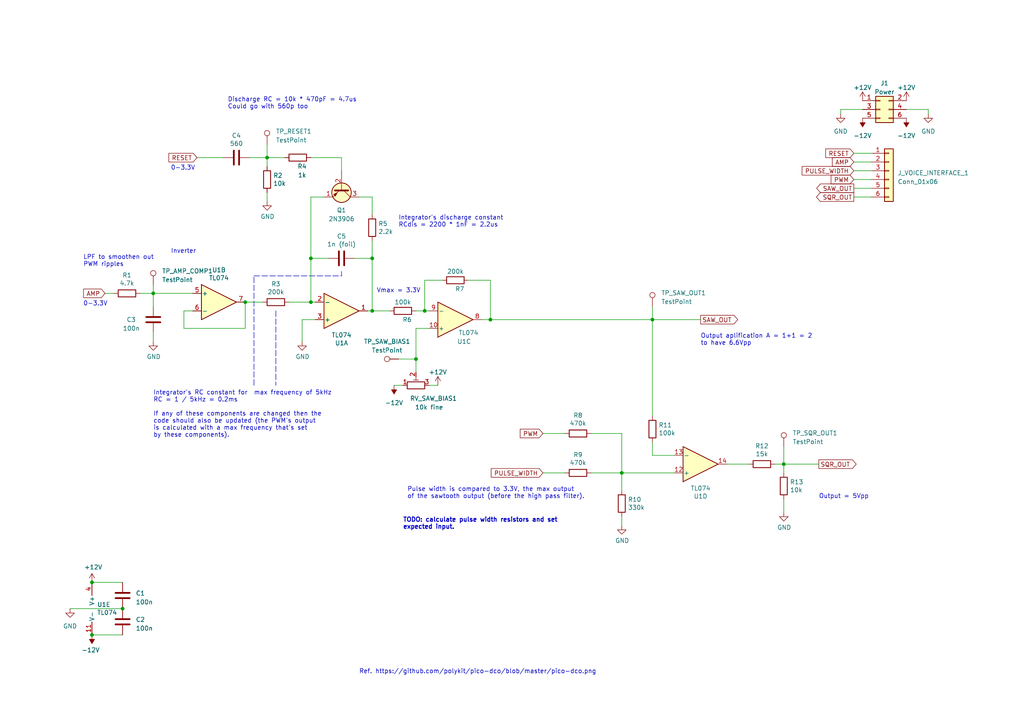
<source format=kicad_sch>
(kicad_sch (version 20230121) (generator eeschema)
  (paper "A4")
  (title_block (title "Single Voice DCO") (date "2023-03-31") (company "Shmøergh"))
  (lib_symbols
    (symbol "Amplifier_Operational:TL074" (pin_names (offset 0.127))
      (property "Reference" "U" (at 0 5.08 0))
      (property "Value" "TL074" (at 0 -5.08 0))
      (symbol "TL074_1_1"
        (polyline (pts (xy -5.08 5.08) (xy 5.08 0) (xy -5.08 -5.08) (xy -5.08 5.08)) (stroke (width 0.254)) (fill (type background)))
        (pin output line (at 7.62 0 180) (length 2.54) (name "~") (number "1"))
        (pin input line (at -7.62 -2.54 0) (length 2.54) (name "-") (number "2"))
        (pin input line (at -7.62 2.54 0) (length 2.54) (name "+") (number "3"))
      )
      (symbol "TL074_2_1"
        (polyline (pts (xy -5.08 5.08) (xy 5.08 0) (xy -5.08 -5.08) (xy -5.08 5.08)) (stroke (width 0.254)) (fill (type background)))
        (pin input line (at -7.62 2.54 0) (length 2.54) (name "+") (number "5"))
        (pin input line (at -7.62 -2.54 0) (length 2.54) (name "-") (number "6"))
        (pin output line (at 7.62 0 180) (length 2.54) (name "~") (number "7"))
      )
      (symbol "TL074_3_1"
        (polyline (pts (xy -5.08 5.08) (xy 5.08 0) (xy -5.08 -5.08) (xy -5.08 5.08)) (stroke (width 0.254)) (fill (type background)))
        (pin input line (at -7.62 2.54 0) (length 2.54) (name "+") (number "10"))
        (pin output line (at 7.62 0 180) (length 2.54) (name "~") (number "8"))
        (pin input line (at -7.62 -2.54 0) (length 2.54) (name "-") (number "9"))
      )
      (symbol "TL074_4_1"
        (polyline (pts (xy -5.08 5.08) (xy 5.08 0) (xy -5.08 -5.08) (xy -5.08 5.08)) (stroke (width 0.254)) (fill (type background)))
        (pin input line (at -7.62 2.54 0) (length 2.54) (name "+") (number "12"))
        (pin input line (at -7.62 -2.54 0) (length 2.54) (name "-") (number "13"))
        (pin output line (at 7.62 0 180) (length 2.54) (name "~") (number "14"))
      )
      (symbol "TL074_5_1"
        (pin power_in line (at -2.54 -7.62 90) (length 3.81) (name "V-") (number "11"))
        (pin power_in line (at -2.54 7.62 270) (length 3.81) (name "V+") (number "4"))
      )
    )
    (symbol "Connector:TestPoint" (pin_numbers hide) (pin_names (offset 0.762) hide)
      (property "Reference" "TP" (at 0 6.858 0))
      (property "Value" "TestPoint" (at 0 5.08 0))
      (symbol "TestPoint_0_1"
        (circle (center 0 3.302) (radius 0.762))
      )
      (symbol "TestPoint_1_1"
        (pin passive line (at 0 0 90) (length 2.54) (name "1") (number "1"))
      )
    )
    (symbol "Connector_Generic:Conn_01x06" (pin_names (offset 1.016) hide)
      (property "Reference" "J" (at 0 7.62 0))
      (property "Value" "Conn_01x06" (at 0 -10.16 0))
      (symbol "Conn_01x06_1_1"
        (rectangle (start -1.27 -7.493) (end 0 -7.747) (stroke (width 0.1524)))
        (rectangle (start -1.27 -4.953) (end 0 -5.207) (stroke (width 0.1524)))
        (rectangle (start -1.27 -2.413) (end 0 -2.667) (stroke (width 0.1524)))
        (rectangle (start -1.27 0.127) (end 0 -0.127) (stroke (width 0.1524)))
        (rectangle (start -1.27 2.667) (end 0 2.413) (stroke (width 0.1524)))
        (rectangle (start -1.27 5.207) (end 0 4.953) (stroke (width 0.1524)))
        (rectangle (start -1.27 6.35) (end 1.27 -8.89) (stroke (width 0.254)) (fill (type background)))
        (pin passive line (at -5.08 5.08 0) (length 3.81) (name "Pin_1") (number "1"))
        (pin passive line (at -5.08 2.54 0) (length 3.81) (name "Pin_2") (number "2"))
        (pin passive line (at -5.08 0 0) (length 3.81) (name "Pin_3") (number "3"))
        (pin passive line (at -5.08 -2.54 0) (length 3.81) (name "Pin_4") (number "4"))
        (pin passive line (at -5.08 -5.08 0) (length 3.81) (name "Pin_5") (number "5"))
        (pin passive line (at -5.08 -7.62 0) (length 3.81) (name "Pin_6") (number "6"))
      )
    )
    (symbol "Connector_Generic:Conn_02x03_Odd_Even" (pin_names (offset 1.016) hide)
      (property "Reference" "J" (at 1.27 5.08 0))
      (property "Value" "Conn_02x03_Odd_Even" (at 1.27 -5.08 0))
      (symbol "Conn_02x03_Odd_Even_1_1"
        (rectangle (start -1.27 -2.413) (end 0 -2.667) (stroke (width 0.1524)))
        (rectangle (start -1.27 0.127) (end 0 -0.127) (stroke (width 0.1524)))
        (rectangle (start -1.27 2.667) (end 0 2.413) (stroke (width 0.1524)))
        (rectangle (start -1.27 3.81) (end 3.81 -3.81) (stroke (width 0.254)) (fill (type background)))
        (rectangle (start 3.81 -2.413) (end 2.54 -2.667) (stroke (width 0.1524)))
        (rectangle (start 3.81 0.127) (end 2.54 -0.127) (stroke (width 0.1524)))
        (rectangle (start 3.81 2.667) (end 2.54 2.413) (stroke (width 0.1524)))
        (pin passive line (at -5.08 2.54 0) (length 3.81) (name "Pin_1") (number "1"))
        (pin passive line (at 7.62 2.54 180) (length 3.81) (name "Pin_2") (number "2"))
        (pin passive line (at -5.08 0 0) (length 3.81) (name "Pin_3") (number "3"))
        (pin passive line (at 7.62 0 180) (length 3.81) (name "Pin_4") (number "4"))
        (pin passive line (at -5.08 -2.54 0) (length 3.81) (name "Pin_5") (number "5"))
        (pin passive line (at 7.62 -2.54 180) (length 3.81) (name "Pin_6") (number "6"))
      )
    )
    (symbol "Device:C" (pin_numbers hide) (pin_names (offset 0.254))
      (property "Reference" "C" (at 0.635 2.54 0))
      (property "Value" "C" (at 0.635 -2.54 0))
      (symbol "C_0_1"
        (polyline (pts (xy -2.032 -0.762) (xy 2.032 -0.762)) (stroke (width 0.508)))
        (polyline (pts (xy -2.032 0.762) (xy 2.032 0.762)) (stroke (width 0.508)))
      )
      (symbol "C_1_1"
        (pin passive line (at 0 3.81 270) (length 2.794) (name "~") (number "1"))
        (pin passive line (at 0 -3.81 90) (length 2.794) (name "~") (number "2"))
      )
    )
    (symbol "Device:R" (pin_numbers hide) (pin_names (offset 0))
      (property "Reference" "R" (at 2.032 0 90))
      (property "Value" "R" (at 0 0 90))
      (symbol "R_0_1"
        (rectangle (start -1.016 -2.54) (end 1.016 2.54) (stroke (width 0.254)))
      )
      (symbol "R_1_1"
        (pin passive line (at 0 3.81 270) (length 1.27) (name "~") (number "1"))
        (pin passive line (at 0 -3.81 90) (length 1.27) (name "~") (number "2"))
      )
    )
    (symbol "Device:R_Potentiometer_Trim" (pin_names (offset 1.016) hide)
      (property "Reference" "RV" (at -4.445 0 90))
      (property "Value" "R_Potentiometer_Trim" (at -2.54 0 90))
      (symbol "R_Potentiometer_Trim_0_1"
        (polyline (pts (xy 1.524 0.762) (xy 1.524 -0.762)))
        (polyline (pts (xy 2.54 0) (xy 1.524 0)))
        (rectangle (start 1.016 2.54) (end -1.016 -2.54) (stroke (width 0.254)))
      )
      (symbol "R_Potentiometer_Trim_1_1"
        (pin passive line (at 0 3.81 270) (length 1.27) (name "1") (number "1"))
        (pin passive line (at 3.81 0 180) (length 1.27) (name "2") (number "2"))
        (pin passive line (at 0 -3.81 90) (length 1.27) (name "3") (number "3"))
      )
    )
    (symbol "PCM_Transistor_BJT_AKL:2N3906" (pin_names hide)
      (property "Reference" "Q" (at 5.08 1.27 0))
      (property "Value" "2N3906" (at 5.08 -1.27 0))
      (symbol "2N3906_0_1"
        (polyline (pts (xy 0.635 -0.635) (xy 2.54 -2.54)))
        (polyline (pts (xy 0.635 -1.905) (xy 0.635 1.905) (xy 0.635 1.905)) (stroke (width 0.508)))
        (polyline (pts (xy 0.635 0.635) (xy 2.54 2.54) (xy 2.54 2.54)))
        (polyline (pts (xy 2.286 1.778) (xy 1.778 2.286) (xy 1.27 1.27) (xy 2.286 1.778) (xy 2.286 1.778)) (fill (type outline)))
        (circle (center 1.27 0) (radius 2.8194) (stroke (width 0.254)) (fill (type background)))
      )
      (symbol "2N3906_1_1"
        (pin passive line (at 2.54 5.08 270) (length 2.54) (name "E") (number "1"))
        (pin input line (at -5.08 0 0) (length 5.715) (name "B") (number "2"))
        (pin passive line (at 2.54 -5.08 90) (length 2.54) (name "C") (number "3"))
      )
    )
    (symbol "power:+12V" (power) (pin_names (offset 0))
      (property "Value" "+12V" (at 0 3.556 0))
      (symbol "+12V_0_1"
        (polyline (pts (xy -0.762 1.27) (xy 0 2.54)))
        (polyline (pts (xy 0 0) (xy 0 2.54)))
        (polyline (pts (xy 0 2.54) (xy 0.762 1.27)))
      )
      (symbol "+12V_1_1"
        (pin power_in line (at 0 0 90) (length 0) hide (name "+12V") (number "1"))
      )
    )
    (symbol "power:-12V" (power) (pin_names (offset 0))
      (property "Value" "-12V" (at 0 3.81 0))
      (symbol "-12V_0_0"
        (pin power_in line (at 0 0 90) (length 0) hide (name "-12V") (number "1"))
      )
      (symbol "-12V_0_1"
        (polyline (pts (xy 0 0) (xy 0 1.27) (xy 0.762 1.27) (xy 0 2.54) (xy -0.762 1.27) (xy 0 1.27)) (fill (type outline)))
      )
    )
    (symbol "power:GND" (power) (pin_names (offset 0))
      (property "Value" "GND" (at 0 -3.81 0))
      (symbol "GND_0_1"
        (polyline (pts (xy 0 0) (xy 0 -1.27) (xy 1.27 -1.27) (xy 0 -2.54) (xy -1.27 -1.27) (xy 0 -1.27)))
      )
      (symbol "GND_1_1"
        (pin power_in line (at 0 0 270) (length 0) hide (name "GND") (number "1"))
      )
    )
  )
  (junction (at 90.17 74.93))
  (junction (at 44.45 85.09))
  (junction (at 107.95 90.17))
  (junction (at 35.56 176.53))
  (junction (at 142.24 92.71))
  (junction (at 77.47 45.72))
  (junction (at 180.34 137.16))
  (junction (at 227.33 134.62))
  (junction (at 123.19 90.17))
  (junction (at 120.65 104.14))
  (junction (at 90.17 87.63))
  (junction (at 71.12 87.63))
  (junction (at 189.23 92.71))
  (junction (at 107.95 74.93))
  (junction (at 26.67 184.15))
  (junction (at 26.67 168.91))
  (wire (pts (xy 247.65 54.61) (xy 252.73 54.61)))
  (wire (pts (xy 107.95 74.93) (xy 107.95 69.85)))
  (wire (pts (xy 91.44 92.71) (xy 87.63 92.71)))
  (wire (pts (xy 142.24 81.28) (xy 142.24 92.71)))
  (wire (pts (xy 139.7 92.71) (xy 142.24 92.71)))
  (wire (pts (xy 189.23 128.27) (xy 189.23 132.08)))
  (wire (pts (xy 195.58 137.16) (xy 180.34 137.16)))
  (wire (pts (xy 44.45 88.9) (xy 44.45 85.09)))
  (wire (pts (xy 26.67 184.15) (xy 35.56 184.15)))
  (wire (pts (xy 157.48 137.16) (xy 163.83 137.16)))
  (wire (pts (xy 87.63 92.71) (xy 87.63 99.06)))
  (wire (pts (xy 180.34 149.86) (xy 180.34 152.4)))
  (wire (pts (xy 210.82 134.62) (xy 217.17 134.62)))
  (wire (pts (xy 243.84 33.02) (xy 243.84 31.75)))
  (wire (pts (xy 120.65 95.25) (xy 120.65 104.14)))
  (wire (pts (xy 44.45 82.55) (xy 44.45 85.09)))
  (wire (pts (xy 243.84 31.75) (xy 250.19 31.75)))
  (wire (pts (xy 115.57 104.14) (xy 120.65 104.14)))
  (polyline (pts (xy 99.06 78.74) (xy 99.06 80.01)) (stroke (width 0) (type dash)))
  (wire (pts (xy 114.3 111.76) (xy 116.84 111.76)))
  (wire (pts (xy 157.48 125.73) (xy 163.83 125.73)))
  (wire (pts (xy 77.47 48.26) (xy 77.47 45.72)))
  (wire (pts (xy 106.68 90.17) (xy 107.95 90.17)))
  (wire (pts (xy 120.65 104.14) (xy 120.65 107.95)))
  (wire (pts (xy 71.12 95.25) (xy 71.12 87.63)))
  (wire (pts (xy 120.65 90.17) (xy 123.19 90.17)))
  (wire (pts (xy 247.65 46.99) (xy 252.73 46.99)))
  (wire (pts (xy 90.17 45.72) (xy 99.06 45.72)))
  (wire (pts (xy 55.88 90.17) (xy 53.34 90.17)))
  (wire (pts (xy 20.32 176.53) (xy 35.56 176.53)))
  (wire (pts (xy 189.23 92.71) (xy 189.23 120.65)))
  (polyline (pts (xy 80.01 90.17) (xy 80.01 111.76)) (stroke (width 0) (type dash)))
  (wire (pts (xy 120.65 95.25) (xy 124.46 95.25)))
  (wire (pts (xy 107.95 74.93) (xy 102.87 74.93)))
  (wire (pts (xy 269.24 33.02) (xy 269.24 31.75)))
  (wire (pts (xy 135.89 81.28) (xy 142.24 81.28)))
  (wire (pts (xy 269.24 31.75) (xy 262.89 31.75)))
  (wire (pts (xy 90.17 74.93) (xy 90.17 87.63)))
  (wire (pts (xy 123.19 81.28) (xy 123.19 90.17)))
  (wire (pts (xy 30.48 85.09) (xy 33.02 85.09)))
  (wire (pts (xy 247.65 44.45) (xy 252.73 44.45)))
  (wire (pts (xy 180.34 137.16) (xy 171.45 137.16)))
  (wire (pts (xy 195.58 132.08) (xy 189.23 132.08)))
  (wire (pts (xy 99.06 45.72) (xy 99.06 49.53)))
  (wire (pts (xy 189.23 88.9) (xy 189.23 92.71)))
  (wire (pts (xy 123.19 90.17) (xy 124.46 90.17)))
  (wire (pts (xy 77.47 55.88) (xy 77.47 58.42)))
  (wire (pts (xy 189.23 92.71) (xy 203.2 92.71)))
  (wire (pts (xy 247.65 49.53) (xy 252.73 49.53)))
  (wire (pts (xy 107.95 90.17) (xy 113.03 90.17)))
  (wire (pts (xy 107.95 90.17) (xy 107.95 74.93)))
  (wire (pts (xy 128.27 81.28) (xy 123.19 81.28)))
  (wire (pts (xy 44.45 96.52) (xy 44.45 99.06)))
  (wire (pts (xy 224.79 134.62) (xy 227.33 134.62)))
  (wire (pts (xy 57.15 45.72) (xy 64.77 45.72)))
  (wire (pts (xy 93.98 57.15) (xy 90.17 57.15)))
  (wire (pts (xy 142.24 92.71) (xy 189.23 92.71)))
  (wire (pts (xy 227.33 129.54) (xy 227.33 134.62)))
  (wire (pts (xy 104.14 57.15) (xy 107.95 57.15)))
  (wire (pts (xy 53.34 95.25) (xy 71.12 95.25)))
  (polyline (pts (xy 73.66 80.01) (xy 99.06 80.01)) (stroke (width 0) (type dash)))
  (wire (pts (xy 83.82 87.63) (xy 90.17 87.63)))
  (wire (pts (xy 44.45 85.09) (xy 55.88 85.09)))
  (wire (pts (xy 227.33 134.62) (xy 227.33 137.16)))
  (wire (pts (xy 247.65 57.15) (xy 252.73 57.15)))
  (wire (pts (xy 227.33 134.62) (xy 237.49 134.62)))
  (wire (pts (xy 77.47 41.91) (xy 77.47 45.72)))
  (wire (pts (xy 247.65 52.07) (xy 252.73 52.07)))
  (wire (pts (xy 90.17 87.63) (xy 91.44 87.63)))
  (wire (pts (xy 90.17 57.15) (xy 90.17 74.93)))
  (wire (pts (xy 53.34 90.17) (xy 53.34 95.25)))
  (wire (pts (xy 72.39 45.72) (xy 77.47 45.72)))
  (wire (pts (xy 77.47 45.72) (xy 82.55 45.72)))
  (wire (pts (xy 107.95 62.23) (xy 107.95 57.15)))
  (wire (pts (xy 40.64 85.09) (xy 44.45 85.09)))
  (wire (pts (xy 90.17 74.93) (xy 95.25 74.93)))
  (wire (pts (xy 227.33 144.78) (xy 227.33 148.59)))
  (wire (pts (xy 124.46 111.76) (xy 127 111.76)))
  (wire (pts (xy 26.67 168.91) (xy 35.56 168.91)))
  (wire (pts (xy 180.34 125.73) (xy 180.34 137.16)))
  (wire (pts (xy 180.34 137.16) (xy 180.34 142.24)))
  (wire (pts (xy 180.34 125.73) (xy 171.45 125.73)))
  (wire (pts (xy 71.12 87.63) (xy 76.2 87.63)))
  (polyline (pts (xy 73.66 111.76) (xy 73.66 80.01)) (stroke (width 0) (type dash)))
  (text "Pulse width is compared to 3.3V, the max output\nof the sawtooth output (before the high pass filter)." (at 118.11 144.78 0) (effects (font (size 1.27 1.27)) (justify left bottom)))
  (text "Inverter" (at 49.53 73.66 0) (effects (font (size 1.27 1.27)) (justify left bottom)))
  (text "Idea: can I use the amp input \nfor envelope control?" (at -49.53 96.52 0) (effects (font (size 1.27 1.27) (thickness 0.254) bold) (justify left bottom)))
  (text "Vmax = 3.3V" (at 109.22 85.09 0) (effects (font (size 1.27 1.27)) (justify left bottom)))
  (text "TODO: calculate pulse width resistors and set\nexpected input." (at 116.84 153.67 0) (effects (font (size 1.27 1.27) (thickness 0.254) bold) (justify left bottom)))
  (text "Output = 5Vpp" (at 237.49 144.78 0) (effects (font (size 1.27 1.27)) (justify left bottom)))
  (text "0-3.3V" (at 24.13 88.9 0) (effects (font (size 1.27 1.27)) (justify left bottom)))
  (text "charge_voltage = target_voltage * note_frequency / max_frequency\n\nwhere\nmax_frequency = 5kHz\ntarget_voltage = 3.3V\n\nSet frequency and amp to 0 to close output" (at -74.93 34.29 0) (effects (font (size 1.27 1.27)) (justify left bottom)))
  (text "Output aplification A = 1+1 = 2\nto have 6.6Vpp" (at 203.2 100.33 0) (effects (font (size 1.27 1.27)) (justify left bottom)))
  (text "Integrator's discharge constant\nRCdis = 2200 * 1nF = 2.2us" (at 115.57 66.04 0) (effects (font (size 1.27 1.27)) (justify left bottom)))
  (text "Note: there's no AC coupling on the outout\nof these voice cards. This assumes there's\nAC coupling happening somewhere along\nthe signal path." (at -74.93 46.99 0) (effects (font (size 1.27 1.27)) (justify left bottom)))
  (text "LPF to smoothen out\nPWM ripples" (at 24.13 77.47 0) (effects (font (size 1.27 1.27)) (justify left bottom)))
  (text "Discharge RC = 10k * 470pF = 4.7us\nCould go with 560p too" (at 66.04 31.75 0) (effects (font (size 1.27 1.27)) (justify left bottom)))
  (text "Integrator's RC constant for  max frequency of 5kHz\nRC = 1 / 5kHz = 0.2ms\n\nIf any of these components are changed then the \ncode should also be updated (the PWM's output\nis calculated with a max frequency that's set\nby these components)." (at 44.45 127 0) (effects (font (size 1.27 1.27)) (justify left bottom)))
  (text "0-3.3V" (at 49.53 49.53 0) (effects (font (size 1.27 1.27)) (justify left bottom)))
  (text "Ref. https://github.com/polykit/pico-dco/blob/master/pico-dco.png" (at 104.14 195.58 0) (effects (font (size 1.27 1.27)) (justify left bottom)))
  (global_label "PULSE_WIDTH" (shape input) (at 247.65 49.53 180) (property "Intersheetrefs" "${INTERSHEET_REFS}" (effects hide)))
  (global_label "RESET" (shape input) (at 57.15 45.72 180) (property "Intersheetrefs" "${INTERSHEET_REFS}" (effects hide)))
  (global_label "PWM" (shape input) (at 247.65 52.07 180) (property "Intersheetrefs" "${INTERSHEET_REFS}" (effects hide)))
  (global_label "AMP" (shape input) (at 247.65 46.99 180) (property "Intersheetrefs" "${INTERSHEET_REFS}" (effects hide)))
  (global_label "PWM" (shape input) (at 157.48 125.73 180) (property "Intersheetrefs" "${INTERSHEET_REFS}" (effects hide)))
  (global_label "SQR_OUT" (shape output) (at 237.49 134.62 0) (property "Intersheetrefs" "${INTERSHEET_REFS}" (effects hide)))
  (global_label "AMP" (shape input) (at 30.48 85.09 180) (property "Intersheetrefs" "${INTERSHEET_REFS}" (effects hide)))
  (global_label "RESET" (shape input) (at 247.65 44.45 180) (property "Intersheetrefs" "${INTERSHEET_REFS}" (effects hide)))
  (global_label "SAW_OUT" (shape output) (at 203.2 92.71 0) (property "Intersheetrefs" "${INTERSHEET_REFS}" (effects hide)))
  (global_label "SAW_OUT" (shape output) (at 247.65 54.61 180) (property "Intersheetrefs" "${INTERSHEET_REFS}" (effects hide)))
  (global_label "PULSE_WIDTH" (shape input) (at 157.48 137.16 180) (property "Intersheetrefs" "${INTERSHEET_REFS}" (effects hide)))
  (global_label "SQR_OUT" (shape output) (at 247.65 57.15 180) (property "Intersheetrefs" "${INTERSHEET_REFS}" (effects hide)))
  (symbol (lib_id "power:-12V") (at 114.3 111.76 180) (unit 1)
    (property "Reference" "#PWR07" (effects hide))
    (property "Value" "-12V" (at 114.3 116.84 0))
  )
  (symbol (lib_id "Device:C") (at 68.58 45.72 270) (unit 1)
    (property "Reference" "C4" (at 68.58 39.3192 90))
    (property "Value" "560" (at 68.58 41.6306 90))
    (property "Footprint" "Capacitor_THT:C_Disc_D3.4mm_W2.1mm_P2.50mm" (effects hide))
  )
  (symbol (lib_id "Device:R") (at 132.08 81.28 90) (unit 1)
    (property "Reference" "R7" (at 133.35 83.82 90))
    (property "Value" "200k" (at 132.08 78.74 90))
    (property "Footprint" "Shmoergh_Custom_Footprints:R_Axial_DIN0207_L6.3mm_D2.5mm_P7.62mm_Horizontal" (effects hide))
  )
  (symbol (lib_id "power:-12V") (at 262.89 34.29 180) (unit 1)
    (property "Reference" "#PWR015" (effects hide))
    (property "Value" "-12V" (at 262.89 39.37 0))
  )
  (symbol (lib_id "Device:R") (at 167.64 125.73 90) (unit 1)
    (property "Reference" "R8" (at 167.64 120.4722 90))
    (property "Value" "470k" (at 167.64 122.7836 90))
    (property "Footprint" "Shmoergh_Custom_Footprints:R_Axial_DIN0207_L6.3mm_D2.5mm_P7.62mm_Horizontal" (effects hide))
  )
  (symbol (lib_id "Connector:TestPoint") (at 77.47 41.91 0) (unit 1)
    (property "Reference" "TP_RESET1" (at 80.01 38.1 0) (effects (justify left)))
    (property "Value" "TestPoint" (at 80.01 40.64 0) (effects (justify left)))
    (property "Footprint" "Connector_Pin:Pin_D0.7mm_L6.5mm_W1.8mm_FlatFork" (effects hide))
  )
  (symbol (lib_id "Connector:TestPoint") (at 189.23 88.9 0) (unit 1)
    (property "Reference" "TP_SAW_OUT1" (at 191.77 84.963 0) (effects (justify left)))
    (property "Value" "TestPoint" (at 191.77 87.503 0) (effects (justify left)))
    (property "Footprint" "Connector_Pin:Pin_D0.7mm_L6.5mm_W1.8mm_FlatFork" (effects hide))
  )
  (symbol (lib_id "power:GND") (at 227.33 148.59 0) (unit 1)
    (property "Reference" "#PWR011" (effects hide))
    (property "Value" "GND" (at 227.457 152.9842 0))
  )
  (symbol (lib_id "Device:C") (at 99.06 74.93 270) (unit 1)
    (property "Reference" "C5" (at 99.06 68.5292 90))
    (property "Value" "1n (foil)" (at 99.06 70.8406 90))
    (property "Footprint" "Capacitor_THT:C_Rect_L7.2mm_W4.5mm_P5.00mm_FKS2_FKP2_MKS2_MKP2" (effects hide))
  )
  (symbol (lib_id "Device:R") (at 167.64 137.16 90) (unit 1)
    (property "Reference" "R9" (at 167.64 131.9022 90))
    (property "Value" "470k" (at 167.64 134.2136 90))
    (property "Footprint" "Shmoergh_Custom_Footprints:R_Axial_DIN0207_L6.3mm_D2.5mm_P7.62mm_Horizontal" (effects hide))
  )
  (symbol (lib_id "power:GND") (at 77.47 58.42 0) (unit 1)
    (property "Reference" "#PWR05" (effects hide))
    (property "Value" "GND" (at 77.597 62.8142 0))
  )
  (symbol (lib_id "power:GND") (at 87.63 99.06 0) (unit 1)
    (property "Reference" "#PWR06" (effects hide))
    (property "Value" "GND" (at 87.757 103.4542 0))
  )
  (symbol (lib_id "power:+12V") (at 127 111.76 0) (unit 1)
    (property "Reference" "#PWR08" (effects hide))
    (property "Value" "+12V" (at 127 107.95 0))
  )
  (symbol (lib_id "power:-12V") (at 26.67 184.15 180) (unit 1)
    (property "Reference" "#PWR03" (effects hide))
    (property "Value" "-12V" (at 26.289 188.5442 0))
  )
  (symbol (lib_id "Device:R") (at 116.84 90.17 90) (unit 1)
    (property "Reference" "R6" (at 118.11 92.71 90))
    (property "Value" "100k" (at 116.84 87.63 90))
    (property "Footprint" "Shmoergh_Custom_Footprints:R_Axial_DIN0207_L6.3mm_D2.5mm_P7.62mm_Horizontal" (effects hide))
  )
  (symbol (lib_id "Device:R") (at 86.36 45.72 270) (unit 1)
    (property "Reference" "R4" (at 87.63 48.26 90))
    (property "Value" "1k" (at 87.63 50.8 90))
    (property "Footprint" "Shmoergh_Custom_Footprints:R_Axial_DIN0207_L6.3mm_D2.5mm_P7.62mm_Horizontal" (effects hide))
  )
  (symbol (lib_id "Device:R") (at 220.98 134.62 270) (unit 1)
    (property "Reference" "R12" (at 220.98 129.3622 90))
    (property "Value" "15k" (at 220.98 131.6736 90))
    (property "Footprint" "Shmoergh_Custom_Footprints:R_Axial_DIN0207_L6.3mm_D2.5mm_P7.62mm_Horizontal" (effects hide))
  )
  (symbol (lib_id "Device:R") (at 189.23 124.46 180) (unit 1)
    (property "Reference" "R11" (at 191.008 123.2916 0) (effects (justify right)))
    (property "Value" "100k" (at 191.008 125.603 0) (effects (justify right)))
    (property "Footprint" "Shmoergh_Custom_Footprints:R_Axial_DIN0207_L6.3mm_D2.5mm_P7.62mm_Horizontal" (effects hide))
  )
  (symbol (lib_id "Amplifier_Operational:TL074") (at 99.06 90.17 0) (mirror x) (unit 1)
    (property "Reference" "U1" (at 99.06 99.4918 0))
    (property "Value" "TL074" (at 99.06 97.1804 0))
    (property "Footprint" "Package_DIP:DIP-14_W7.62mm_Socket_LongPads" (effects hide))
    (property "Datasheet" "http://www.ti.com/lit/ds/symlink/tl071.pdf" (effects hide))
  )
  (symbol (lib_id "Connector:TestPoint") (at 115.57 104.14 90) (unit 1)
    (property "Reference" "TP_SAW_BIAS1" (at 112.268 99.06 90))
    (property "Value" "TestPoint" (at 112.268 101.6 90))
    (property "Footprint" "Connector_Pin:Pin_D0.7mm_L6.5mm_W1.8mm_FlatFork" (effects hide))
  )
  (symbol (lib_id "Amplifier_Operational:TL074") (at 203.2 134.62 0) (mirror x) (unit 4)
    (property "Reference" "U1" (at 203.2 143.9418 0))
    (property "Value" "TL074" (at 203.2 141.6304 0))
    (property "Footprint" "Package_DIP:DIP-14_W7.62mm_Socket_LongPads" (effects hide))
    (property "Datasheet" "http://www.ti.com/lit/ds/symlink/tl071.pdf" (effects hide))
  )
  (symbol (lib_id "power:GND") (at 20.32 176.53 0) (unit 1)
    (property "Reference" "#PWR01" (effects hide))
    (property "Value" "GND" (at 20.32 181.61 0))
  )
  (symbol (lib_id "Connector_Generic:Conn_01x06") (at 257.81 49.53 0) (unit 1)
    (property "Reference" "J_VOICE_INTERFACE_1" (at 260.35 50.165 0) (effects (justify left)))
    (property "Value" "Conn_01x06" (at 260.35 52.705 0) (effects (justify left)))
    (property "Footprint" "Connector_PinHeader_2.54mm:PinHeader_1x06_P2.54mm_Vertical" (effects hide))
  )
  (symbol (lib_id "power:GND") (at 243.84 33.02 0) (unit 1)
    (property "Reference" "#PWR014" (effects hide))
    (property "Value" "GND" (at 243.84 38.1 0))
  )
  (symbol (lib_id "Device:R_Potentiometer_Trim") (at 120.65 111.76 90) (unit 1)
    (property "Reference" "RV_SAW_BIAS1" (at 125.73 115.57 90))
    (property "Value" "10k fine" (at 124.46 118.11 90))
    (property "Footprint" "PCM_Potentiometer_THT_AKL:Potentiometer_ACP_CA6-H2,5_Horizontal" (effects hide))
  )
  (symbol (lib_id "power:GND") (at 44.45 99.06 0) (unit 1)
    (property "Reference" "#PWR04" (effects hide))
    (property "Value" "GND" (at 44.577 103.4542 0))
  )
  (symbol (lib_id "Device:R") (at 227.33 140.97 0) (unit 1)
    (property "Reference" "R13" (at 229.108 139.8016 0) (effects (justify left)))
    (property "Value" "10k" (at 229.108 142.113 0) (effects (justify left)))
    (property "Footprint" "Shmoergh_Custom_Footprints:R_Axial_DIN0207_L6.3mm_D2.5mm_P7.62mm_Horizontal" (effects hide))
  )
  (symbol (lib_id "Device:R") (at 180.34 146.05 0) (unit 1)
    (property "Reference" "R10" (at 182.118 144.8816 0) (effects (justify left)))
    (property "Value" "330k" (at 182.118 147.193 0) (effects (justify left)))
    (property "Footprint" "Shmoergh_Custom_Footprints:R_Axial_DIN0207_L6.3mm_D2.5mm_P7.62mm_Horizontal" (effects hide))
  )
  (symbol (lib_id "Amplifier_Operational:TL074") (at 63.5 87.63 0) (unit 2)
    (property "Reference" "U1" (at 63.5 78.3082 0))
    (property "Value" "TL074" (at 63.5 80.6196 0))
    (property "Footprint" "Package_DIP:DIP-14_W7.62mm_Socket_LongPads" (effects hide))
    (property "Datasheet" "http://www.ti.com/lit/ds/symlink/tl071.pdf" (effects hide))
  )
  (symbol (lib_id "power:-12V") (at 250.19 34.29 180) (unit 1)
    (property "Reference" "#PWR010" (effects hide))
    (property "Value" "-12V" (at 250.19 39.37 0))
  )
  (symbol (lib_id "power:+12V") (at 26.67 168.91 0) (unit 1)
    (property "Reference" "#PWR02" (effects hide))
    (property "Value" "+12V" (at 27.051 164.5158 0))
  )
  (symbol (lib_id "Device:R") (at 36.83 85.09 270) (unit 1)
    (property "Reference" "R1" (at 36.83 79.8322 90))
    (property "Value" "4.7k" (at 36.83 82.1436 90))
    (property "Footprint" "Shmoergh_Custom_Footprints:R_Axial_DIN0207_L6.3mm_D2.5mm_P7.62mm_Horizontal" (effects hide))
  )
  (symbol (lib_id "Device:C") (at 35.56 172.72 0) (unit 1)
    (property "Reference" "C1" (at 39.37 172.085 0) (effects (justify left)))
    (property "Value" "100n" (at 39.37 174.625 0) (effects (justify left)))
    (property "Footprint" "Capacitor_THT:C_Disc_D3.4mm_W2.1mm_P2.50mm" (effects hide))
  )
  (symbol (lib_id "power:+12V") (at 262.89 29.21 0) (unit 1)
    (property "Reference" "#PWR016" (effects hide))
    (property "Value" "+12V" (at 262.89 25.4 0))
  )
  (symbol (lib_id "power:GND") (at 269.24 33.02 0) (unit 1)
    (property "Reference" "#PWR017" (effects hide))
    (property "Value" "GND" (at 269.24 38.1 0))
  )
  (symbol (lib_id "power:GND") (at 180.34 152.4 0) (unit 1)
    (property "Reference" "#PWR09" (effects hide))
    (property "Value" "GND" (at 180.467 156.7942 0))
  )
  (symbol (lib_id "power:+12V") (at 250.19 29.21 0) (unit 1)
    (property "Reference" "#PWR013" (effects hide))
    (property "Value" "+12V" (at 250.19 25.4 0))
  )
  (symbol (lib_id "Device:R") (at 77.47 52.07 0) (unit 1)
    (property "Reference" "R2" (at 79.248 50.9016 0) (effects (justify left)))
    (property "Value" "10k" (at 79.248 53.213 0) (effects (justify left)))
    (property "Footprint" "Shmoergh_Custom_Footprints:R_Axial_DIN0207_L6.3mm_D2.5mm_P7.62mm_Horizontal" (effects hide))
  )
  (symbol (lib_id "Connector:TestPoint") (at 227.33 129.54 0) (unit 1)
    (property "Reference" "TP_SQR_OUT1" (at 229.87 125.603 0) (effects (justify left)))
    (property "Value" "TestPoint" (at 229.87 128.143 0) (effects (justify left)))
    (property "Footprint" "Connector_Pin:Pin_D0.7mm_L6.5mm_W1.8mm_FlatFork" (effects hide))
  )
  (symbol (lib_id "Device:R") (at 80.01 87.63 270) (unit 1)
    (property "Reference" "R3" (at 80.01 82.3722 90))
    (property "Value" "200k" (at 80.01 84.6836 90))
    (property "Footprint" "Shmoergh_Custom_Footprints:R_Axial_DIN0207_L6.3mm_D2.5mm_P7.62mm_Horizontal" (effects hide))
  )
  (symbol (lib_id "Device:C") (at 35.56 180.34 0) (unit 1)
    (property "Reference" "C2" (at 39.37 179.705 0) (effects (justify left)))
    (property "Value" "100n" (at 39.37 182.245 0) (effects (justify left)))
    (property "Footprint" "Capacitor_THT:C_Disc_D3.4mm_W2.1mm_P2.50mm" (effects hide))
  )
  (symbol (lib_id "Amplifier_Operational:TL074") (at 29.21 176.53 0) (unit 5)
    (property "Reference" "U1" (at 28.1432 175.3616 0) (effects (justify left)))
    (property "Value" "TL074" (at 28.1432 177.673 0) (effects (justify left)))
    (property "Footprint" "Package_DIP:DIP-14_W7.62mm_Socket_LongPads" (effects hide))
    (property "Datasheet" "http://www.ti.com/lit/ds/symlink/tl071.pdf" (effects hide))
  )
  (symbol (lib_id "Connector:TestPoint") (at 44.45 82.55 0) (unit 1)
    (property "Reference" "TP_AMP_COMP1" (at 46.99 78.613 0) (effects (justify left)))
    (property "Value" "TestPoint" (at 46.99 81.153 0) (effects (justify left)))
    (property "Footprint" "Connector_Pin:Pin_D0.7mm_L6.5mm_W1.8mm_FlatFork" (effects hide))
  )
  (symbol (lib_id "Connector_Generic:Conn_02x03_Odd_Even") (at 255.27 31.75 0) (unit 1)
    (property "Reference" "J1" (at 256.54 24.13 0))
    (property "Value" "Power" (at 256.54 26.67 0))
    (property "Footprint" "Connector_PinHeader_2.54mm:PinHeader_2x03_P2.54mm_Vertical" (effects hide))
  )
  (symbol (lib_id "PCM_Transistor_BJT_AKL:2N3906") (at 99.06 54.61 90) (mirror x) (unit 1)
    (property "Reference" "Q1" (at 99.06 60.96 90))
    (property "Value" "2N3906" (at 99.06 63.5 90))
    (property "Footprint" "PCM_Package_TO_SOT_THT_AKL:TO-92L_Inline_Wide" (effects hide))
    (property "Datasheet" "https://www.tme.eu/Document/1d69ece8147fa5a64114d103f531c790/2N3906BU.pdf" (effects hide))
  )
  (symbol (lib_id "Device:C") (at 44.45 92.71 0) (unit 1)
    (property "Reference" "C3" (at 38.0492 92.71 0))
    (property "Value" "100n" (at 38.1 95.25 0))
    (property "Footprint" "Capacitor_THT:C_Disc_D3.4mm_W2.1mm_P2.50mm" (effects hide))
  )
  (symbol (lib_id "Amplifier_Operational:TL074") (at 132.08 92.71 0) (mirror x) (unit 3)
    (property "Reference" "U1" (at 134.62 99.06 0))
    (property "Value" "TL074" (at 135.89 96.52 0))
    (property "Footprint" "Package_DIP:DIP-14_W7.62mm_Socket_LongPads" (effects hide))
    (property "Datasheet" "http://www.ti.com/lit/ds/symlink/tl071.pdf" (effects hide))
  )
  (symbol (lib_id "Device:R") (at 107.95 66.04 0) (unit 1)
    (property "Reference" "R5" (at 109.728 64.8716 0) (effects (justify left)))
    (property "Value" "2.2k" (at 109.728 67.183 0) (effects (justify left)))
    (property "Footprint" "Shmoergh_Custom_Footprints:R_Axial_DIN0207_L6.3mm_D2.5mm_P7.62mm_Horizontal" (effects hide))
  )
)
</source>
